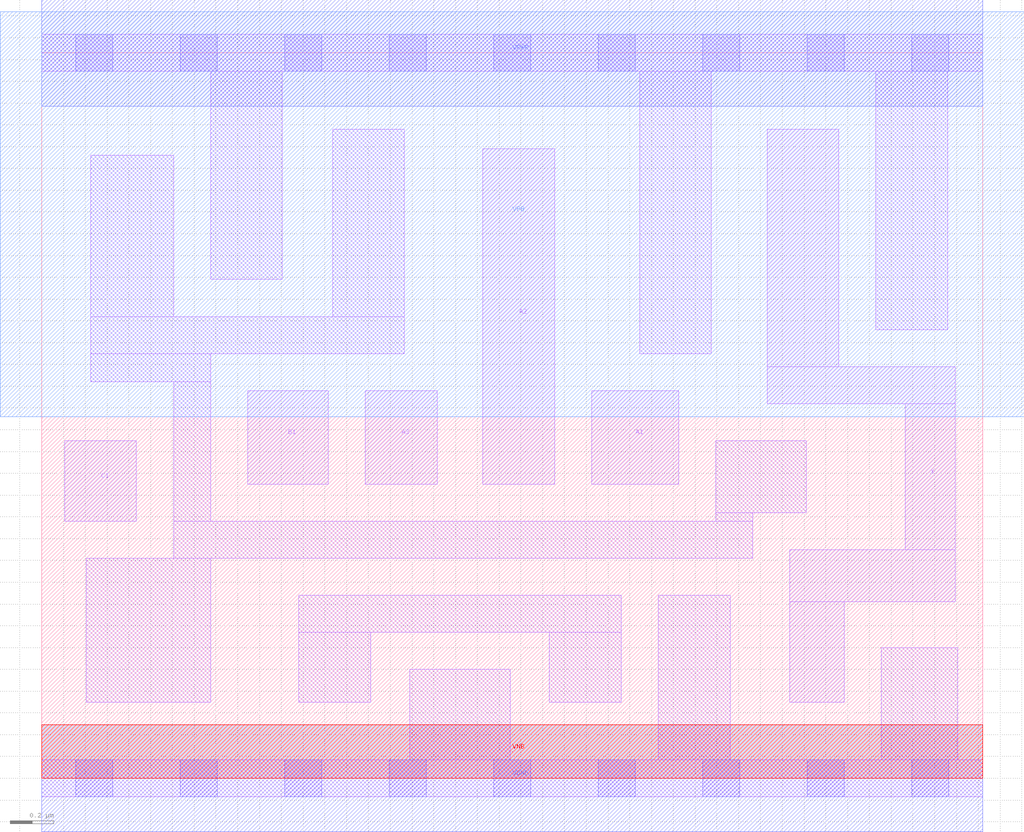
<source format=lef>
# Copyright 2020 The SkyWater PDK Authors
#
# Licensed under the Apache License, Version 2.0 (the "License");
# you may not use this file except in compliance with the License.
# You may obtain a copy of the License at
#
#     https://www.apache.org/licenses/LICENSE-2.0
#
# Unless required by applicable law or agreed to in writing, software
# distributed under the License is distributed on an "AS IS" BASIS,
# WITHOUT WARRANTIES OR CONDITIONS OF ANY KIND, either express or implied.
# See the License for the specific language governing permissions and
# limitations under the License.
#
# SPDX-License-Identifier: Apache-2.0

VERSION 5.7 ;
  NOWIREEXTENSIONATPIN ON ;
  DIVIDERCHAR "/" ;
  BUSBITCHARS "[]" ;
MACRO sky130_fd_sc_ls__o311a_2
  CLASS CORE ;
  FOREIGN sky130_fd_sc_ls__o311a_2 ;
  ORIGIN  0.000000  0.000000 ;
  SIZE  4.320000 BY  3.330000 ;
  SYMMETRY X Y ;
  SITE unit ;
  PIN A1
    ANTENNAGATEAREA  0.279000 ;
    DIRECTION INPUT ;
    USE SIGNAL ;
    PORT
      LAYER li1 ;
        RECT 2.525000 1.350000 2.925000 1.780000 ;
    END
  END A1
  PIN A2
    ANTENNAGATEAREA  0.279000 ;
    DIRECTION INPUT ;
    USE SIGNAL ;
    PORT
      LAYER li1 ;
        RECT 2.025000 1.350000 2.355000 2.890000 ;
    END
  END A2
  PIN A3
    ANTENNAGATEAREA  0.279000 ;
    DIRECTION INPUT ;
    USE SIGNAL ;
    PORT
      LAYER li1 ;
        RECT 1.485000 1.350000 1.815000 1.780000 ;
    END
  END A3
  PIN B1
    ANTENNAGATEAREA  0.261000 ;
    DIRECTION INPUT ;
    USE SIGNAL ;
    PORT
      LAYER li1 ;
        RECT 0.945000 1.350000 1.315000 1.780000 ;
    END
  END B1
  PIN C1
    ANTENNAGATEAREA  0.261000 ;
    DIRECTION INPUT ;
    USE SIGNAL ;
    PORT
      LAYER li1 ;
        RECT 0.105000 1.180000 0.435000 1.550000 ;
    END
  END C1
  PIN VNB
    PORT
      LAYER pwell ;
        RECT 0.000000 0.000000 4.320000 0.245000 ;
    END
  END VNB
  PIN VPB
    PORT
      LAYER nwell ;
        RECT -0.190000 1.660000 4.510000 3.520000 ;
    END
  END VPB
  PIN X
    ANTENNADIFFAREA  0.543200 ;
    DIRECTION OUTPUT ;
    USE SIGNAL ;
    PORT
      LAYER li1 ;
        RECT 3.330000 1.720000 4.195000 1.890000 ;
        RECT 3.330000 1.890000 3.660000 2.980000 ;
        RECT 3.435000 0.350000 3.685000 0.810000 ;
        RECT 3.435000 0.810000 4.195000 1.050000 ;
        RECT 3.965000 1.050000 4.195000 1.720000 ;
    END
  END X
  PIN VGND
    DIRECTION INOUT ;
    SHAPE ABUTMENT ;
    USE GROUND ;
    PORT
      LAYER met1 ;
        RECT 0.000000 -0.245000 4.320000 0.245000 ;
    END
  END VGND
  PIN VPWR
    DIRECTION INOUT ;
    SHAPE ABUTMENT ;
    USE POWER ;
    PORT
      LAYER met1 ;
        RECT 0.000000 3.085000 4.320000 3.575000 ;
    END
  END VPWR
  OBS
    LAYER li1 ;
      RECT 0.000000 -0.085000 4.320000 0.085000 ;
      RECT 0.000000  3.245000 4.320000 3.415000 ;
      RECT 0.205000  0.350000 0.775000 1.010000 ;
      RECT 0.225000  1.820000 0.775000 1.950000 ;
      RECT 0.225000  1.950000 1.665000 2.120000 ;
      RECT 0.225000  2.120000 0.605000 2.860000 ;
      RECT 0.605000  1.010000 3.265000 1.180000 ;
      RECT 0.605000  1.180000 0.775000 1.820000 ;
      RECT 0.775000  2.290000 1.105000 3.245000 ;
      RECT 1.180000  0.350000 1.510000 0.670000 ;
      RECT 1.180000  0.670000 2.660000 0.840000 ;
      RECT 1.335000  2.120000 1.665000 2.980000 ;
      RECT 1.690000  0.085000 2.150000 0.500000 ;
      RECT 2.330000  0.350000 2.660000 0.670000 ;
      RECT 2.745000  1.950000 3.075000 3.245000 ;
      RECT 2.830000  0.085000 3.160000 0.840000 ;
      RECT 3.095000  1.180000 3.265000 1.220000 ;
      RECT 3.095000  1.220000 3.510000 1.550000 ;
      RECT 3.830000  2.060000 4.160000 3.245000 ;
      RECT 3.855000  0.085000 4.205000 0.600000 ;
    LAYER mcon ;
      RECT 0.155000 -0.085000 0.325000 0.085000 ;
      RECT 0.155000  3.245000 0.325000 3.415000 ;
      RECT 0.635000 -0.085000 0.805000 0.085000 ;
      RECT 0.635000  3.245000 0.805000 3.415000 ;
      RECT 1.115000 -0.085000 1.285000 0.085000 ;
      RECT 1.115000  3.245000 1.285000 3.415000 ;
      RECT 1.595000 -0.085000 1.765000 0.085000 ;
      RECT 1.595000  3.245000 1.765000 3.415000 ;
      RECT 2.075000 -0.085000 2.245000 0.085000 ;
      RECT 2.075000  3.245000 2.245000 3.415000 ;
      RECT 2.555000 -0.085000 2.725000 0.085000 ;
      RECT 2.555000  3.245000 2.725000 3.415000 ;
      RECT 3.035000 -0.085000 3.205000 0.085000 ;
      RECT 3.035000  3.245000 3.205000 3.415000 ;
      RECT 3.515000 -0.085000 3.685000 0.085000 ;
      RECT 3.515000  3.245000 3.685000 3.415000 ;
      RECT 3.995000 -0.085000 4.165000 0.085000 ;
      RECT 3.995000  3.245000 4.165000 3.415000 ;
  END
END sky130_fd_sc_ls__o311a_2
END LIBRARY

</source>
